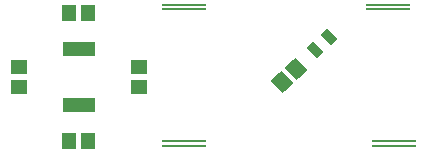
<source format=gbp>
G04*
G04 #@! TF.GenerationSoftware,Altium Limited,Altium Designer,20.1.14 (287)*
G04*
G04 Layer_Color=128*
%FSLAX24Y24*%
%MOIN*%
G70*
G04*
G04 #@! TF.SameCoordinates,17311497-FE2C-4E5C-BF44-28A0539949C5*
G04*
G04*
G04 #@! TF.FilePolarity,Positive*
G04*
G01*
G75*
%ADD14R,0.1500X0.0100*%
G04:AMPARAMS|DCode=23|XSize=57.1mil|YSize=49.2mil|CornerRadius=0mil|HoleSize=0mil|Usage=FLASHONLY|Rotation=134.000|XOffset=0mil|YOffset=0mil|HoleType=Round|Shape=Rectangle|*
%AMROTATEDRECTD23*
4,1,4,0.0375,-0.0034,0.0021,-0.0376,-0.0375,0.0034,-0.0021,0.0376,0.0375,-0.0034,0.0*
%
%ADD23ROTATEDRECTD23*%

%ADD24R,0.0571X0.0492*%
G04:AMPARAMS|DCode=25|XSize=49.2mil|YSize=31.5mil|CornerRadius=0mil|HoleSize=0mil|Usage=FLASHONLY|Rotation=134.000|XOffset=0mil|YOffset=0mil|HoleType=Round|Shape=Rectangle|*
%AMROTATEDRECTD25*
4,1,4,0.0284,-0.0068,0.0058,-0.0286,-0.0284,0.0068,-0.0058,0.0286,0.0284,-0.0068,0.0*
%
%ADD25ROTATEDRECTD25*%

%ADD26R,0.1063X0.0492*%
%ADD27R,0.0492X0.0571*%
D14*
X3500Y-2200D02*
D03*
Y-2350D02*
D03*
X10500D02*
D03*
Y-2200D02*
D03*
X3500Y2350D02*
D03*
X10300D02*
D03*
X3500Y2200D02*
D03*
X10300D02*
D03*
D23*
X7234Y226D02*
D03*
X6766Y-226D02*
D03*
D24*
X2000Y-375D02*
D03*
Y275D02*
D03*
X-2000Y-375D02*
D03*
Y275D02*
D03*
D25*
X7873Y831D02*
D03*
X8327Y1269D02*
D03*
D26*
X0Y875D02*
D03*
Y-975D02*
D03*
D27*
X325Y2080D02*
D03*
X-325D02*
D03*
X325Y-2180D02*
D03*
X-325D02*
D03*
M02*

</source>
